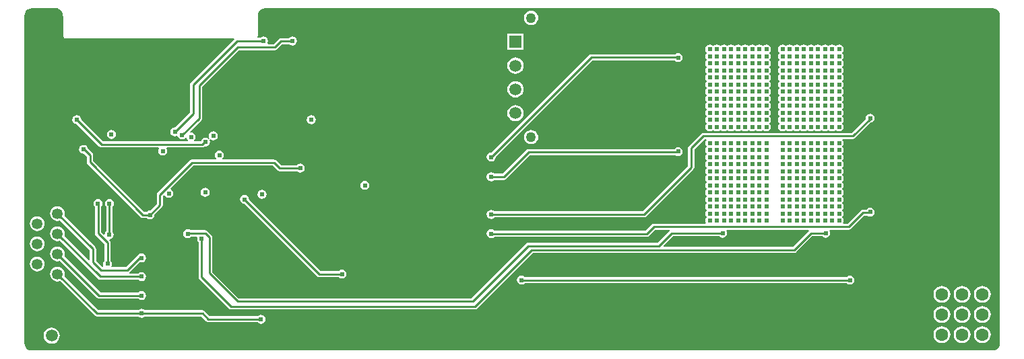
<source format=gbr>
%TF.GenerationSoftware,Altium Limited,Altium Designer,20.1.14 (287)*%
G04 Layer_Physical_Order=4*
G04 Layer_Color=16711680*
%FSLAX26Y26*%
%MOIN*%
%TF.SameCoordinates,99935E59-988C-4C8E-A83C-0B030DBE8EB2*%
%TF.FilePolarity,Positive*%
%TF.FileFunction,Copper,L4,Bot,Signal*%
%TF.Part,Single*%
G01*
G75*
%TA.AperFunction,Conductor*%
%ADD39C,0.010000*%
%TA.AperFunction,ViaPad*%
%ADD41C,0.024000*%
%TA.AperFunction,ComponentPad*%
%ADD42C,0.062992*%
%ADD43C,0.059843*%
%ADD44R,0.059843X0.059843*%
%ADD45C,0.053150*%
%ADD46R,0.053150X0.053150*%
%ADD47C,0.050000*%
%ADD48C,0.059055*%
%TA.AperFunction,ViaPad*%
%ADD49C,0.028000*%
G36*
X180614Y1712176D02*
X188881Y1708751D01*
X195981Y1703304D01*
X201428Y1696204D01*
X204853Y1687937D01*
X205412Y1683691D01*
X205946Y1678917D01*
X205933Y1678851D01*
X206103Y1677994D01*
X206531Y1674141D01*
X206517Y1580001D01*
X206517Y1580000D01*
X206517Y1579999D01*
X206517Y1578295D01*
X207680Y1572442D01*
X210995Y1567480D01*
X215956Y1564164D01*
X221809Y1562999D01*
X227662Y1564162D01*
X228476Y1564706D01*
X1051681Y1564706D01*
X1053752Y1559706D01*
X839186Y1345140D01*
X835870Y1340178D01*
X834706Y1334325D01*
Y1195924D01*
X761080Y1122298D01*
X760410Y1122431D01*
X751827Y1120724D01*
X744549Y1115861D01*
X739687Y1108584D01*
X737980Y1100000D01*
X739687Y1091416D01*
X744549Y1084139D01*
X751827Y1079276D01*
X760410Y1077569D01*
X768995Y1079276D01*
X770234Y1080104D01*
X774853Y1078191D01*
X775255Y1076171D01*
X780117Y1068894D01*
X787394Y1064032D01*
X795978Y1062324D01*
X804562Y1064032D01*
X811839Y1068894D01*
X813262Y1071024D01*
X818570Y1069968D01*
X819277Y1066416D01*
X824139Y1059139D01*
X825284Y1058374D01*
X823767Y1053374D01*
X403255D01*
X297298Y1159331D01*
X297431Y1160000D01*
X295724Y1168584D01*
X290861Y1175861D01*
X283584Y1180724D01*
X275000Y1182431D01*
X266416Y1180724D01*
X259139Y1175861D01*
X254276Y1168584D01*
X252569Y1160000D01*
X254276Y1151416D01*
X259139Y1144139D01*
X266416Y1139276D01*
X275000Y1137569D01*
X275669Y1137702D01*
X386106Y1027266D01*
X391067Y1023950D01*
X396920Y1022786D01*
X679412D01*
X682084Y1017786D01*
X679277Y1013584D01*
X677569Y1005000D01*
X679277Y996416D01*
X684139Y989139D01*
X691416Y984277D01*
X700000Y982569D01*
X708584Y984277D01*
X715861Y989139D01*
X720723Y996416D01*
X722431Y1005000D01*
X720723Y1013584D01*
X717916Y1017786D01*
X720588Y1022786D01*
X896298D01*
X902151Y1023950D01*
X907113Y1027266D01*
X907714Y1027867D01*
X911543Y1027106D01*
X920127Y1028813D01*
X927404Y1033676D01*
X932267Y1040953D01*
X933974Y1049537D01*
X932267Y1058121D01*
X930346Y1060995D01*
X934139Y1064017D01*
X941416Y1059154D01*
X950000Y1057447D01*
X958584Y1059154D01*
X965861Y1064017D01*
X970723Y1071294D01*
X972431Y1079878D01*
X970723Y1088462D01*
X965861Y1095739D01*
X958584Y1100601D01*
X950000Y1102309D01*
X941416Y1100601D01*
X934139Y1095739D01*
X929277Y1088462D01*
X927569Y1079878D01*
X929277Y1071294D01*
X931197Y1068419D01*
X927404Y1065398D01*
X920127Y1070260D01*
X911543Y1071968D01*
X902959Y1070260D01*
X895682Y1065398D01*
X890820Y1058121D01*
X889876Y1053374D01*
X856233D01*
X854716Y1058374D01*
X855861Y1059139D01*
X860723Y1066416D01*
X862431Y1075000D01*
X860723Y1083584D01*
X855861Y1090861D01*
X848584Y1095724D01*
X840000Y1097431D01*
X836697Y1096774D01*
X834234Y1101382D01*
X890814Y1157963D01*
X894130Y1162925D01*
X895294Y1168777D01*
Y1323665D01*
X1076335Y1504706D01*
X1255000D01*
X1260853Y1505870D01*
X1265814Y1509186D01*
X1291335Y1534706D01*
X1326101D01*
X1333063Y1530054D01*
X1341647Y1528347D01*
X1350231Y1530054D01*
X1357508Y1534917D01*
X1362370Y1542194D01*
X1364078Y1550778D01*
X1362370Y1559362D01*
X1357508Y1566639D01*
X1350231Y1571502D01*
X1341647Y1573209D01*
X1333063Y1571502D01*
X1325786Y1566639D01*
X1324887Y1565294D01*
X1285000D01*
X1279147Y1564130D01*
X1274186Y1560814D01*
X1248665Y1535294D01*
X1220268D01*
X1217911Y1539704D01*
X1219575Y1542194D01*
X1221283Y1550778D01*
X1219575Y1559362D01*
X1214713Y1566639D01*
X1207436Y1571502D01*
X1198852Y1573209D01*
X1190268Y1571502D01*
X1182991Y1566639D01*
X1182611Y1566072D01*
X1171023D01*
X1168350Y1571072D01*
X1169265Y1572440D01*
X1170429Y1578293D01*
Y1673123D01*
X1170804Y1677166D01*
X1170944Y1677866D01*
X1170931Y1677932D01*
X1171465Y1682706D01*
X1172024Y1686952D01*
X1175448Y1695219D01*
X1180896Y1702319D01*
X1187995Y1707766D01*
X1196263Y1711190D01*
X1204931Y1712332D01*
X1205237Y1712271D01*
X4808203D01*
X4816408Y1711190D01*
X4824676Y1707766D01*
X4831775Y1702319D01*
X4837223Y1695219D01*
X4840647Y1686952D01*
X4841206Y1682706D01*
X4841741Y1677932D01*
X4841727Y1677866D01*
X4841810Y1677453D01*
X4841941Y1672999D01*
X4841941Y55680D01*
X4841810Y51226D01*
X4841727Y50813D01*
X4841741Y50747D01*
X4841206Y45973D01*
X4840647Y41727D01*
X4837223Y33460D01*
X4831775Y26360D01*
X4824676Y20913D01*
X4816408Y17488D01*
X4812163Y16930D01*
X4807389Y16395D01*
X4807323Y16408D01*
X4806943Y16333D01*
X4802430Y16257D01*
X55241Y16257D01*
X50729Y16333D01*
X50348Y16408D01*
X50282Y16395D01*
X45509Y16930D01*
X41263Y17488D01*
X32995Y20913D01*
X25896Y26360D01*
X20448Y33460D01*
X17024Y41727D01*
X16465Y45973D01*
X15931Y50747D01*
X15944Y50813D01*
X15798Y51545D01*
X15409Y55548D01*
X15409Y1673130D01*
X15798Y1677134D01*
X15944Y1677866D01*
X15931Y1677932D01*
X16465Y1682706D01*
X17024Y1686952D01*
X20448Y1695219D01*
X25896Y1702319D01*
X32995Y1707766D01*
X41263Y1711190D01*
X45509Y1711749D01*
X50282Y1712284D01*
X50348Y1712271D01*
X50768Y1712354D01*
X55212Y1712494D01*
X171227D01*
X174002Y1713046D01*
X180614Y1712176D01*
D02*
G37*
%LPC*%
G36*
X2522300Y1700253D02*
X2513164Y1699050D01*
X2504649Y1695524D01*
X2497338Y1689914D01*
X2491728Y1682602D01*
X2488201Y1674088D01*
X2486998Y1664951D01*
X2488201Y1655814D01*
X2491728Y1647300D01*
X2497338Y1639989D01*
X2504649Y1634379D01*
X2513164Y1630852D01*
X2522300Y1629649D01*
X2531437Y1630852D01*
X2539951Y1634379D01*
X2547263Y1639989D01*
X2552873Y1647300D01*
X2556399Y1655814D01*
X2557602Y1664951D01*
X2556399Y1674088D01*
X2552873Y1682602D01*
X2547263Y1689914D01*
X2539951Y1695524D01*
X2531437Y1699050D01*
X2522300Y1700253D01*
D02*
G37*
G36*
X4046416Y1532431D02*
X4037832Y1530724D01*
X4030555Y1525861D01*
X4027277D01*
X4020000Y1530724D01*
X4011416Y1532431D01*
X4002832Y1530724D01*
X3995555Y1525861D01*
X3992277D01*
X3985000Y1530724D01*
X3976416Y1532431D01*
X3967832Y1530724D01*
X3960555Y1525861D01*
X3957277D01*
X3950000Y1530724D01*
X3941416Y1532431D01*
X3932832Y1530724D01*
X3925555Y1525861D01*
X3922277D01*
X3915000Y1530724D01*
X3906416Y1532431D01*
X3897832Y1530724D01*
X3890555Y1525861D01*
X3887277D01*
X3880000Y1530724D01*
X3871416Y1532431D01*
X3862832Y1530724D01*
X3855555Y1525861D01*
X3852277D01*
X3845000Y1530724D01*
X3836416Y1532431D01*
X3827832Y1530724D01*
X3820555Y1525861D01*
X3817277D01*
X3810000Y1530724D01*
X3801416Y1532431D01*
X3792832Y1530724D01*
X3785555Y1525861D01*
X3782277D01*
X3775000Y1530724D01*
X3766416Y1532431D01*
X3757832Y1530724D01*
X3750555Y1525861D01*
X3745693Y1518584D01*
X3743985Y1510000D01*
X3745693Y1501416D01*
X3750555Y1494139D01*
Y1490861D01*
X3745693Y1483584D01*
X3743985Y1475000D01*
X3745693Y1466416D01*
X3750555Y1459139D01*
Y1455861D01*
X3745693Y1448584D01*
X3743985Y1440000D01*
X3745693Y1431416D01*
X3750555Y1424139D01*
Y1420861D01*
X3745693Y1413584D01*
X3743985Y1405000D01*
X3745693Y1396416D01*
X3750555Y1389139D01*
Y1385861D01*
X3745693Y1378584D01*
X3743985Y1370000D01*
X3745693Y1361416D01*
X3750555Y1354139D01*
Y1350861D01*
X3745693Y1343584D01*
X3743985Y1335000D01*
X3745693Y1326416D01*
X3750555Y1319139D01*
Y1315861D01*
X3745693Y1308584D01*
X3743985Y1300000D01*
X3745693Y1291416D01*
X3750555Y1284139D01*
Y1280861D01*
X3745693Y1273584D01*
X3743985Y1265000D01*
X3745693Y1256416D01*
X3750555Y1249139D01*
Y1245861D01*
X3745693Y1238584D01*
X3743985Y1230000D01*
X3745693Y1221416D01*
X3750555Y1214139D01*
Y1210861D01*
X3745693Y1203584D01*
X3743985Y1195000D01*
X3745693Y1186416D01*
X3750555Y1179139D01*
Y1175861D01*
X3745693Y1168584D01*
X3743985Y1160000D01*
X3745693Y1151416D01*
X3750555Y1144139D01*
Y1140861D01*
X3745693Y1133584D01*
X3743985Y1125000D01*
X3745693Y1116416D01*
X3750555Y1109139D01*
X3757832Y1104276D01*
X3766416Y1102569D01*
X3775000Y1104276D01*
X3782277Y1109139D01*
X3785555D01*
X3792832Y1104276D01*
X3801416Y1102569D01*
X3810000Y1104276D01*
X3817277Y1109139D01*
X3820555D01*
X3827832Y1104276D01*
X3836416Y1102569D01*
X3845000Y1104276D01*
X3852277Y1109139D01*
X3855555D01*
X3862832Y1104276D01*
X3871416Y1102569D01*
X3880000Y1104276D01*
X3887277Y1109139D01*
X3890555D01*
X3897832Y1104276D01*
X3906416Y1102569D01*
X3915000Y1104276D01*
X3922277Y1109139D01*
X3925555D01*
X3932832Y1104276D01*
X3941416Y1102569D01*
X3950000Y1104276D01*
X3957277Y1109139D01*
X3960555D01*
X3967832Y1104276D01*
X3976416Y1102569D01*
X3985000Y1104276D01*
X3992277Y1109139D01*
X3995555D01*
X4002832Y1104276D01*
X4011416Y1102569D01*
X4020000Y1104276D01*
X4027277Y1109139D01*
X4030555D01*
X4037832Y1104276D01*
X4046416Y1102569D01*
X4055000Y1104276D01*
X4062277Y1109139D01*
X4067140Y1116416D01*
X4068847Y1125000D01*
X4067140Y1133584D01*
X4062277Y1140861D01*
Y1144139D01*
X4067140Y1151416D01*
X4068847Y1160000D01*
X4067140Y1168584D01*
X4062277Y1175861D01*
Y1179139D01*
X4067140Y1186416D01*
X4068847Y1195000D01*
X4067140Y1203584D01*
X4062277Y1210861D01*
Y1214139D01*
X4067140Y1221416D01*
X4068847Y1230000D01*
X4067140Y1238584D01*
X4062277Y1245861D01*
Y1249139D01*
X4067140Y1256416D01*
X4068847Y1265000D01*
X4067140Y1273584D01*
X4062277Y1280861D01*
Y1284139D01*
X4067140Y1291416D01*
X4068847Y1300000D01*
X4067140Y1308584D01*
X4062277Y1315861D01*
Y1319139D01*
X4067140Y1326416D01*
X4068847Y1335000D01*
X4067140Y1343584D01*
X4062277Y1350861D01*
Y1354139D01*
X4067140Y1361416D01*
X4068847Y1370000D01*
X4067140Y1378584D01*
X4062277Y1385861D01*
Y1389139D01*
X4067140Y1396416D01*
X4068847Y1405000D01*
X4067140Y1413584D01*
X4062277Y1420861D01*
Y1424139D01*
X4067140Y1431416D01*
X4068847Y1440000D01*
X4067140Y1448584D01*
X4062277Y1455861D01*
Y1459139D01*
X4067140Y1466416D01*
X4068847Y1475000D01*
X4067140Y1483584D01*
X4062277Y1490861D01*
Y1494139D01*
X4067140Y1501416D01*
X4068847Y1510000D01*
X4067140Y1518584D01*
X4062277Y1525861D01*
X4055000Y1530724D01*
X4046416Y1532431D01*
D02*
G37*
G36*
X3686416D02*
X3677832Y1530724D01*
X3670555Y1525861D01*
X3667277D01*
X3660000Y1530724D01*
X3651416Y1532431D01*
X3642832Y1530724D01*
X3635555Y1525861D01*
X3632277D01*
X3625000Y1530724D01*
X3616416Y1532431D01*
X3607832Y1530724D01*
X3600555Y1525861D01*
X3597277D01*
X3590000Y1530724D01*
X3581416Y1532431D01*
X3572832Y1530724D01*
X3565555Y1525861D01*
X3562277D01*
X3555000Y1530724D01*
X3546416Y1532431D01*
X3537832Y1530724D01*
X3530555Y1525861D01*
X3527277D01*
X3520000Y1530724D01*
X3511416Y1532431D01*
X3502832Y1530724D01*
X3495555Y1525861D01*
X3492277D01*
X3485000Y1530724D01*
X3476416Y1532431D01*
X3467832Y1530724D01*
X3460555Y1525861D01*
X3457277D01*
X3450000Y1530724D01*
X3441416Y1532431D01*
X3432832Y1530724D01*
X3425555Y1525861D01*
X3422277D01*
X3415000Y1530724D01*
X3406416Y1532431D01*
X3397832Y1530724D01*
X3390555Y1525861D01*
X3385693Y1518584D01*
X3383985Y1510000D01*
X3385693Y1501416D01*
X3390555Y1494139D01*
Y1490861D01*
X3385693Y1483584D01*
X3383985Y1475000D01*
X3385693Y1466416D01*
X3390555Y1459139D01*
Y1455861D01*
X3385693Y1448584D01*
X3383985Y1440000D01*
X3385693Y1431416D01*
X3390555Y1424139D01*
Y1420861D01*
X3385693Y1413584D01*
X3383985Y1405000D01*
X3385693Y1396416D01*
X3390555Y1389139D01*
Y1385861D01*
X3385693Y1378584D01*
X3383985Y1370000D01*
X3385693Y1361416D01*
X3390555Y1354139D01*
Y1350861D01*
X3385693Y1343584D01*
X3383985Y1335000D01*
X3385693Y1326416D01*
X3390555Y1319139D01*
Y1315861D01*
X3385693Y1308584D01*
X3383985Y1300000D01*
X3385693Y1291416D01*
X3390555Y1284139D01*
Y1280861D01*
X3385693Y1273584D01*
X3383985Y1265000D01*
X3385693Y1256416D01*
X3390555Y1249139D01*
Y1245861D01*
X3385693Y1238584D01*
X3383985Y1230000D01*
X3385693Y1221416D01*
X3390555Y1214139D01*
Y1210861D01*
X3385693Y1203584D01*
X3383985Y1195000D01*
X3385693Y1186416D01*
X3390555Y1179139D01*
Y1175861D01*
X3385693Y1168584D01*
X3383985Y1160000D01*
X3385693Y1151416D01*
X3390555Y1144139D01*
Y1140861D01*
X3385693Y1133584D01*
X3383985Y1125000D01*
X3385693Y1116416D01*
X3390555Y1109139D01*
X3397832Y1104276D01*
X3406416Y1102569D01*
X3415000Y1104276D01*
X3422277Y1109139D01*
X3425555D01*
X3432832Y1104276D01*
X3441416Y1102569D01*
X3450000Y1104276D01*
X3457277Y1109139D01*
X3460555D01*
X3467832Y1104276D01*
X3476416Y1102569D01*
X3485000Y1104276D01*
X3492277Y1109139D01*
X3495555D01*
X3502832Y1104276D01*
X3511416Y1102569D01*
X3520000Y1104276D01*
X3527277Y1109139D01*
X3530555D01*
X3537832Y1104276D01*
X3546416Y1102569D01*
X3555000Y1104276D01*
X3562277Y1109139D01*
X3565555D01*
X3572832Y1104276D01*
X3581416Y1102569D01*
X3590000Y1104276D01*
X3597277Y1109139D01*
X3600555D01*
X3607832Y1104276D01*
X3616416Y1102569D01*
X3625000Y1104276D01*
X3632277Y1109139D01*
X3635555D01*
X3642832Y1104276D01*
X3651416Y1102569D01*
X3660000Y1104276D01*
X3667277Y1109139D01*
X3670555D01*
X3677832Y1104276D01*
X3686416Y1102569D01*
X3695000Y1104276D01*
X3702277Y1109139D01*
X3707140Y1116416D01*
X3708847Y1125000D01*
X3707140Y1133584D01*
X3702277Y1140861D01*
Y1144139D01*
X3707140Y1151416D01*
X3708847Y1160000D01*
X3707140Y1168584D01*
X3702277Y1175861D01*
Y1179139D01*
X3707140Y1186416D01*
X3708847Y1195000D01*
X3707140Y1203584D01*
X3702277Y1210861D01*
Y1214139D01*
X3707140Y1221416D01*
X3708847Y1230000D01*
X3707140Y1238584D01*
X3702277Y1245861D01*
Y1249139D01*
X3707140Y1256416D01*
X3708847Y1265000D01*
X3707140Y1273584D01*
X3702277Y1280861D01*
Y1284139D01*
X3707140Y1291416D01*
X3708847Y1300000D01*
X3707140Y1308584D01*
X3702277Y1315861D01*
Y1319139D01*
X3707140Y1326416D01*
X3708847Y1335000D01*
X3707140Y1343584D01*
X3702277Y1350861D01*
Y1354139D01*
X3707140Y1361416D01*
X3708847Y1370000D01*
X3707140Y1378584D01*
X3702277Y1385861D01*
Y1389139D01*
X3707140Y1396416D01*
X3708847Y1405000D01*
X3707140Y1413584D01*
X3702277Y1420861D01*
Y1424139D01*
X3707140Y1431416D01*
X3708847Y1440000D01*
X3707140Y1448584D01*
X3702277Y1455861D01*
Y1459139D01*
X3707140Y1466416D01*
X3708847Y1475000D01*
X3707140Y1483584D01*
X3702277Y1490861D01*
Y1494139D01*
X3707140Y1501416D01*
X3708847Y1510000D01*
X3707140Y1518584D01*
X3702277Y1525861D01*
X3695000Y1530724D01*
X3686416Y1532431D01*
D02*
G37*
G36*
X2485056Y1586762D02*
X2405214D01*
Y1506920D01*
X2485056D01*
Y1586762D01*
D02*
G37*
G36*
X3250000Y1491210D02*
X3241416Y1489503D01*
X3235117Y1485294D01*
X2820000D01*
X2814147Y1484130D01*
X2809186Y1480814D01*
X2325669Y997298D01*
X2325000Y997431D01*
X2316416Y995723D01*
X2309139Y990861D01*
X2304276Y983584D01*
X2302569Y975000D01*
X2304276Y966416D01*
X2309139Y959139D01*
X2316416Y954277D01*
X2325000Y952569D01*
X2333584Y954277D01*
X2340861Y959139D01*
X2345724Y966416D01*
X2347431Y975000D01*
X2347298Y975669D01*
X2826335Y1454706D01*
X3232944D01*
X3234139Y1452918D01*
X3241416Y1448056D01*
X3250000Y1446349D01*
X3258584Y1448056D01*
X3265861Y1452918D01*
X3270724Y1460196D01*
X3272431Y1468780D01*
X3270724Y1477363D01*
X3265861Y1484641D01*
X3258584Y1489503D01*
X3250000Y1491210D01*
D02*
G37*
G36*
X2445135Y1468996D02*
X2434713Y1467624D01*
X2425002Y1463602D01*
X2416663Y1457203D01*
X2410264Y1448864D01*
X2406241Y1439152D01*
X2404869Y1428731D01*
X2406241Y1418309D01*
X2410264Y1408598D01*
X2416663Y1400259D01*
X2425002Y1393860D01*
X2434713Y1389837D01*
X2445135Y1388465D01*
X2455557Y1389837D01*
X2465268Y1393860D01*
X2473607Y1400259D01*
X2480006Y1408598D01*
X2484029Y1418309D01*
X2485401Y1428731D01*
X2484029Y1439152D01*
X2480006Y1448864D01*
X2473607Y1457203D01*
X2465268Y1463602D01*
X2455557Y1467624D01*
X2445135Y1468996D01*
D02*
G37*
G36*
Y1350886D02*
X2434713Y1349514D01*
X2425002Y1345492D01*
X2416663Y1339093D01*
X2410264Y1330754D01*
X2406241Y1321042D01*
X2404869Y1310621D01*
X2406241Y1300199D01*
X2410264Y1290488D01*
X2416663Y1282149D01*
X2425002Y1275749D01*
X2434713Y1271727D01*
X2445135Y1270355D01*
X2455557Y1271727D01*
X2465268Y1275749D01*
X2473607Y1282149D01*
X2480006Y1290488D01*
X2484029Y1300199D01*
X2485401Y1310621D01*
X2484029Y1321042D01*
X2480006Y1330754D01*
X2473607Y1339093D01*
X2465268Y1345492D01*
X2455557Y1349514D01*
X2445135Y1350886D01*
D02*
G37*
G36*
Y1232776D02*
X2434713Y1231404D01*
X2425002Y1227381D01*
X2416663Y1220983D01*
X2410264Y1212643D01*
X2406241Y1202932D01*
X2404869Y1192510D01*
X2406241Y1182089D01*
X2410264Y1172378D01*
X2416663Y1164038D01*
X2425002Y1157639D01*
X2434713Y1153617D01*
X2445135Y1152245D01*
X2455557Y1153617D01*
X2465268Y1157639D01*
X2473607Y1164038D01*
X2480006Y1172378D01*
X2484029Y1182089D01*
X2485401Y1192510D01*
X2484029Y1202932D01*
X2480006Y1212643D01*
X2473607Y1220983D01*
X2465268Y1227381D01*
X2455557Y1231404D01*
X2445135Y1232776D01*
D02*
G37*
G36*
X1435000Y1182431D02*
X1426416Y1180724D01*
X1419139Y1175861D01*
X1414276Y1168584D01*
X1412569Y1160000D01*
X1414276Y1151416D01*
X1419139Y1144139D01*
X1426416Y1139276D01*
X1435000Y1137569D01*
X1443584Y1139276D01*
X1450861Y1144139D01*
X1455724Y1151416D01*
X1457431Y1160000D01*
X1455724Y1168584D01*
X1450861Y1175861D01*
X1443584Y1180724D01*
X1435000Y1182431D01*
D02*
G37*
G36*
X445765Y1110062D02*
X437181Y1108355D01*
X429904Y1103492D01*
X425042Y1096215D01*
X423334Y1087631D01*
X425042Y1079047D01*
X429904Y1071770D01*
X437181Y1066908D01*
X445765Y1065200D01*
X454349Y1066908D01*
X461627Y1071770D01*
X466489Y1079047D01*
X468196Y1087631D01*
X466489Y1096215D01*
X461627Y1103492D01*
X454349Y1108355D01*
X445765Y1110062D01*
D02*
G37*
G36*
X2522300Y1109701D02*
X2513164Y1108498D01*
X2504649Y1104971D01*
X2497338Y1099361D01*
X2491728Y1092050D01*
X2488201Y1083535D01*
X2486998Y1074399D01*
X2488201Y1065262D01*
X2491728Y1056748D01*
X2497338Y1049436D01*
X2504649Y1043826D01*
X2513164Y1040300D01*
X2522300Y1039097D01*
X2531437Y1040300D01*
X2539951Y1043826D01*
X2547263Y1049436D01*
X2552873Y1056748D01*
X2556399Y1065262D01*
X2557602Y1074399D01*
X2556399Y1083535D01*
X2552873Y1092050D01*
X2547263Y1099361D01*
X2539951Y1104971D01*
X2531437Y1108498D01*
X2522300Y1109701D01*
D02*
G37*
G36*
X3250000Y1024951D02*
X3241416Y1023243D01*
X3234139Y1018381D01*
X3232076Y1015294D01*
X2510000D01*
X2504147Y1014130D01*
X2499186Y1010814D01*
X2381037Y892665D01*
X2341240D01*
X2340861Y893233D01*
X2333584Y898095D01*
X2325000Y899803D01*
X2316416Y898095D01*
X2309139Y893233D01*
X2304276Y885956D01*
X2302569Y877371D01*
X2304276Y868788D01*
X2309139Y861510D01*
X2316416Y856648D01*
X2325000Y854941D01*
X2333584Y856648D01*
X2340861Y861510D01*
X2341240Y862078D01*
X2387372D01*
X2393224Y863242D01*
X2398186Y866557D01*
X2516335Y984706D01*
X3237061D01*
X3241416Y981796D01*
X3250000Y980089D01*
X3258584Y981796D01*
X3265861Y986659D01*
X3270724Y993936D01*
X3272431Y1002520D01*
X3270724Y1011104D01*
X3265861Y1018381D01*
X3258584Y1023243D01*
X3250000Y1024951D01*
D02*
G37*
G36*
X308788Y1035431D02*
X300204Y1033724D01*
X292927Y1028861D01*
X288065Y1021584D01*
X286357Y1013000D01*
X288065Y1004416D01*
X292927Y997139D01*
X300204Y992277D01*
X308788Y990569D01*
X312136Y991235D01*
X324706Y978665D01*
Y950118D01*
X325870Y944265D01*
X329186Y939304D01*
X590711Y677778D01*
X595673Y674463D01*
X601525Y673299D01*
X620588D01*
X620967Y672731D01*
X628244Y667869D01*
X636828Y666162D01*
X645412Y667869D01*
X652689Y672731D01*
X657551Y680009D01*
X659259Y688593D01*
X659126Y689262D01*
X696239Y726375D01*
X699554Y731336D01*
X700718Y737189D01*
Y782273D01*
X704615Y786170D01*
X710340Y784824D01*
X714139Y779139D01*
X721416Y774277D01*
X730000Y772569D01*
X738584Y774277D01*
X745861Y779139D01*
X750723Y786416D01*
X752431Y795000D01*
X750723Y803584D01*
X745861Y810861D01*
X740176Y814660D01*
X738830Y820385D01*
X851151Y932706D01*
X1243849D01*
X1267369Y909186D01*
X1272331Y905870D01*
X1278184Y904706D01*
X1363760D01*
X1364139Y904139D01*
X1371416Y899277D01*
X1380000Y897569D01*
X1388584Y899277D01*
X1395861Y904139D01*
X1400724Y911416D01*
X1402431Y920000D01*
X1400724Y928584D01*
X1395861Y935861D01*
X1388584Y940723D01*
X1380000Y942431D01*
X1371416Y940723D01*
X1364139Y935861D01*
X1363760Y935294D01*
X1284519D01*
X1260998Y958814D01*
X1256036Y962130D01*
X1250184Y963294D01*
X996113D01*
X994596Y968294D01*
X995861Y969139D01*
X1000723Y976416D01*
X1002431Y985000D01*
X1000723Y993584D01*
X995861Y1000861D01*
X988584Y1005723D01*
X980000Y1007431D01*
X971416Y1005723D01*
X964139Y1000861D01*
X959277Y993584D01*
X957569Y985000D01*
X959277Y976416D01*
X964139Y969139D01*
X965404Y968294D01*
X963887Y963294D01*
X844816D01*
X838964Y962130D01*
X834002Y958814D01*
X674610Y799422D01*
X671294Y794461D01*
X670130Y788608D01*
Y743524D01*
X637497Y710890D01*
X636828Y711024D01*
X628244Y709316D01*
X620967Y704454D01*
X620588Y703886D01*
X607860D01*
X355294Y956453D01*
Y985000D01*
X354130Y990853D01*
X350814Y995814D01*
X330621Y1016008D01*
X329512Y1021584D01*
X324649Y1028861D01*
X317372Y1033724D01*
X308788Y1035431D01*
D02*
G37*
G36*
X1700000Y857431D02*
X1691416Y855723D01*
X1684139Y850861D01*
X1679276Y843584D01*
X1677569Y835000D01*
X1679276Y826416D01*
X1684139Y819139D01*
X1691416Y814277D01*
X1700000Y812569D01*
X1708584Y814277D01*
X1715861Y819139D01*
X1720724Y826416D01*
X1722431Y835000D01*
X1720724Y843584D01*
X1715861Y850861D01*
X1708584Y855723D01*
X1700000Y857431D01*
D02*
G37*
G36*
X910000Y822431D02*
X901416Y820723D01*
X894139Y815861D01*
X889277Y808584D01*
X887569Y800000D01*
X889277Y791416D01*
X894139Y784139D01*
X901416Y779277D01*
X910000Y777569D01*
X918584Y779277D01*
X925861Y784139D01*
X930723Y791416D01*
X932431Y800000D01*
X930723Y808584D01*
X925861Y815861D01*
X918584Y820723D01*
X910000Y822431D01*
D02*
G37*
G36*
X1190770Y812431D02*
X1182186Y810723D01*
X1174909Y805861D01*
X1170047Y798584D01*
X1168339Y790000D01*
X1170047Y781416D01*
X1174909Y774139D01*
X1182186Y769277D01*
X1190770Y767569D01*
X1199354Y769277D01*
X1206631Y774139D01*
X1211494Y781416D01*
X1213201Y790000D01*
X1211494Y798584D01*
X1206631Y805861D01*
X1199354Y810723D01*
X1190770Y812431D01*
D02*
G37*
G36*
X4200000Y1189931D02*
X4191416Y1188223D01*
X4184139Y1183361D01*
X4179276Y1176084D01*
X4177569Y1167500D01*
X4178117Y1164746D01*
X4108665Y1095294D01*
X3375000D01*
X3369147Y1094130D01*
X3364186Y1090814D01*
X3304186Y1030814D01*
X3300870Y1025853D01*
X3299706Y1020000D01*
Y931335D01*
X3074461Y706090D01*
X2341240D01*
X2340861Y706658D01*
X2333584Y711520D01*
X2325000Y713227D01*
X2316416Y711520D01*
X2309139Y706658D01*
X2304276Y699380D01*
X2302569Y690796D01*
X2304276Y682212D01*
X2309139Y674935D01*
X2316416Y670073D01*
X2325000Y668365D01*
X2333584Y670073D01*
X2340861Y674935D01*
X2341240Y675503D01*
X3080796D01*
X3086649Y676667D01*
X3091611Y679982D01*
X3325814Y914186D01*
X3329130Y919147D01*
X3330294Y925000D01*
Y1013665D01*
X3381335Y1064706D01*
X3387995D01*
X3389783Y1059706D01*
X3385693Y1053584D01*
X3383985Y1045000D01*
X3385693Y1036416D01*
X3390555Y1029139D01*
Y1025861D01*
X3385693Y1018584D01*
X3383985Y1010000D01*
X3385693Y1001416D01*
X3390555Y994139D01*
Y990861D01*
X3385693Y983584D01*
X3383985Y975000D01*
X3385693Y966416D01*
X3390555Y959139D01*
Y955861D01*
X3385693Y948584D01*
X3383985Y940000D01*
X3385693Y931416D01*
X3390555Y924139D01*
Y920861D01*
X3385693Y913584D01*
X3383985Y905000D01*
X3385693Y896416D01*
X3390555Y889139D01*
Y885861D01*
X3385693Y878584D01*
X3383985Y870000D01*
X3385693Y861416D01*
X3390555Y854139D01*
Y850861D01*
X3385693Y843584D01*
X3383985Y835000D01*
X3385693Y826416D01*
X3390555Y819139D01*
Y815861D01*
X3385693Y808584D01*
X3383985Y800000D01*
X3385693Y791416D01*
X3390555Y784139D01*
Y780861D01*
X3385693Y773584D01*
X3383985Y765000D01*
X3385693Y756416D01*
X3390555Y749139D01*
Y745861D01*
X3385693Y738584D01*
X3383985Y730000D01*
X3385693Y721416D01*
X3390555Y714139D01*
Y710861D01*
X3385693Y703584D01*
X3383985Y695000D01*
X3385693Y686416D01*
X3390555Y679139D01*
Y675861D01*
X3385693Y668584D01*
X3383985Y660000D01*
X3385693Y651416D01*
X3386837Y649704D01*
X3384480Y645294D01*
X3130000D01*
X3124147Y644130D01*
X3119186Y640814D01*
X3088665Y610294D01*
X2341240D01*
X2340861Y610861D01*
X2333584Y615723D01*
X2325000Y617431D01*
X2316416Y615723D01*
X2309139Y610861D01*
X2304276Y603584D01*
X2302569Y595000D01*
X2304276Y586416D01*
X2309139Y579139D01*
X2316416Y574277D01*
X2325000Y572569D01*
X2333584Y574277D01*
X2340861Y579139D01*
X2341240Y579706D01*
X3095000D01*
X3100853Y580870D01*
X3105814Y584186D01*
X3136335Y614706D01*
X3207261D01*
X3208778Y609706D01*
X3206666Y608295D01*
X3148665Y550294D01*
X2509046D01*
X2503193Y549130D01*
X2498231Y545814D01*
X2227711Y275294D01*
X1076335D01*
X946205Y405424D01*
Y576089D01*
X945040Y581942D01*
X941725Y586904D01*
X920814Y607814D01*
X915853Y611130D01*
X910000Y612294D01*
X837019D01*
X831710Y615842D01*
X823126Y617549D01*
X814542Y615842D01*
X807265Y610979D01*
X802403Y603702D01*
X800695Y595118D01*
X802403Y586534D01*
X807265Y579257D01*
X814542Y574395D01*
X823126Y572687D01*
X831710Y574395D01*
X838987Y579257D01*
X840624Y581706D01*
X868523D01*
X871619Y576706D01*
X870285Y570000D01*
X871993Y561416D01*
X876855Y554139D01*
X877423Y553760D01*
Y380712D01*
X878587Y374860D01*
X881902Y369898D01*
X1027614Y224185D01*
X1032576Y220870D01*
X1038429Y219706D01*
X2245000D01*
X2250853Y220870D01*
X2255814Y224186D01*
X2531335Y499706D01*
X3823936D01*
X3829788Y500870D01*
X3834750Y504186D01*
X3912751Y582186D01*
X3963760D01*
X3964139Y581619D01*
X3971416Y576757D01*
X3980000Y575049D01*
X3988584Y576757D01*
X3995861Y581619D01*
X4000724Y588896D01*
X4002431Y597480D01*
X4000724Y606064D01*
X3998290Y609706D01*
X4000963Y614706D01*
X4095000D01*
X4100853Y615870D01*
X4105814Y619186D01*
X4171335Y684706D01*
X4187031D01*
X4191416Y681776D01*
X4200000Y680069D01*
X4208584Y681776D01*
X4215861Y686639D01*
X4220724Y693916D01*
X4222431Y702500D01*
X4220724Y711084D01*
X4215861Y718361D01*
X4208584Y723223D01*
X4200000Y724931D01*
X4191416Y723223D01*
X4184139Y718361D01*
X4182090Y715294D01*
X4165000D01*
X4159147Y714130D01*
X4154185Y710814D01*
X4088665Y645294D01*
X4068352D01*
X4065995Y649704D01*
X4067140Y651416D01*
X4068847Y660000D01*
X4067140Y668584D01*
X4062277Y675861D01*
Y679139D01*
X4067140Y686416D01*
X4068847Y695000D01*
X4067140Y703584D01*
X4062277Y710861D01*
Y714139D01*
X4067140Y721416D01*
X4068847Y730000D01*
X4067140Y738584D01*
X4062277Y745861D01*
Y749139D01*
X4067140Y756416D01*
X4068847Y765000D01*
X4067140Y773584D01*
X4062277Y780861D01*
Y784139D01*
X4067140Y791416D01*
X4068847Y800000D01*
X4067140Y808584D01*
X4062277Y815861D01*
Y819139D01*
X4067140Y826416D01*
X4068847Y835000D01*
X4067140Y843584D01*
X4062277Y850861D01*
Y854139D01*
X4067140Y861416D01*
X4068847Y870000D01*
X4067140Y878584D01*
X4062277Y885861D01*
Y889139D01*
X4067140Y896416D01*
X4068847Y905000D01*
X4067140Y913584D01*
X4062277Y920861D01*
Y924139D01*
X4067140Y931416D01*
X4068847Y940000D01*
X4067140Y948584D01*
X4062277Y955861D01*
Y959139D01*
X4067140Y966416D01*
X4068847Y975000D01*
X4067140Y983584D01*
X4062277Y990861D01*
Y994139D01*
X4067140Y1001416D01*
X4068847Y1010000D01*
X4067140Y1018584D01*
X4062277Y1025861D01*
Y1029139D01*
X4067140Y1036416D01*
X4068847Y1045000D01*
X4067140Y1053584D01*
X4063049Y1059706D01*
X4064837Y1064706D01*
X4115000D01*
X4120853Y1065870D01*
X4125814Y1069186D01*
X4202119Y1145491D01*
X4208584Y1146776D01*
X4215861Y1151639D01*
X4220724Y1158916D01*
X4222431Y1167500D01*
X4220724Y1176084D01*
X4215861Y1183361D01*
X4208584Y1188223D01*
X4200000Y1189931D01*
D02*
G37*
G36*
X79134Y682009D02*
X69586Y680751D01*
X60689Y677066D01*
X53048Y671204D01*
X47186Y663563D01*
X43501Y654666D01*
X42243Y645118D01*
X43501Y635570D01*
X47186Y626673D01*
X53048Y619033D01*
X60689Y613170D01*
X69586Y609485D01*
X79134Y608228D01*
X88682Y609485D01*
X97579Y613170D01*
X105219Y619033D01*
X111082Y626673D01*
X114767Y635570D01*
X116024Y645118D01*
X114767Y654666D01*
X111082Y663563D01*
X105219Y671204D01*
X97579Y677066D01*
X88682Y680751D01*
X79134Y682009D01*
D02*
G37*
G36*
X436082Y767431D02*
X427498Y765723D01*
X420221Y760861D01*
X415358Y753584D01*
X413651Y745000D01*
X415358Y736416D01*
X420221Y729139D01*
X420247Y729121D01*
Y606602D01*
X419139Y605861D01*
X414276Y598584D01*
X413058Y592458D01*
X407714Y590732D01*
X395294Y603151D01*
Y729092D01*
X395364Y729139D01*
X400226Y736416D01*
X401934Y745000D01*
X400226Y753584D01*
X395364Y760861D01*
X388087Y765723D01*
X379503Y767431D01*
X370919Y765723D01*
X363642Y760861D01*
X358779Y753584D01*
X357072Y745000D01*
X358779Y736416D01*
X363642Y729139D01*
X364706Y728428D01*
Y596816D01*
X365870Y590964D01*
X369186Y586002D01*
X411234Y543953D01*
Y461729D01*
X410667Y461350D01*
X405804Y454072D01*
X404097Y445488D01*
X405804Y436904D01*
X406070Y436507D01*
X403633Y431581D01*
X400371Y431258D01*
X370294Y461335D01*
Y519252D01*
X369130Y525105D01*
X365814Y530066D01*
X213462Y682419D01*
X214767Y685570D01*
X216024Y695118D01*
X214767Y704666D01*
X211082Y713563D01*
X205219Y721204D01*
X197579Y727066D01*
X188682Y730751D01*
X179134Y732009D01*
X169586Y730751D01*
X160689Y727066D01*
X153048Y721204D01*
X147186Y713563D01*
X143500Y704666D01*
X142244Y695118D01*
X143500Y685570D01*
X147186Y676673D01*
X153048Y669033D01*
X160689Y663170D01*
X169586Y659485D01*
X179134Y658228D01*
X188682Y659485D01*
X191833Y660790D01*
X339706Y512917D01*
Y462708D01*
X335087Y460794D01*
X213462Y582419D01*
X214767Y585570D01*
X216024Y595118D01*
X214767Y604666D01*
X211082Y613563D01*
X205219Y621204D01*
X197579Y627066D01*
X188682Y630751D01*
X179134Y632009D01*
X169586Y630751D01*
X160689Y627066D01*
X153048Y621204D01*
X147186Y613563D01*
X143500Y604666D01*
X142244Y595118D01*
X143500Y585570D01*
X147186Y576673D01*
X153048Y569033D01*
X160689Y563170D01*
X169586Y559485D01*
X179134Y558228D01*
X188682Y559485D01*
X191833Y560790D01*
X381096Y371527D01*
X386058Y368212D01*
X391911Y367048D01*
X578760D01*
X579139Y366480D01*
X586416Y361618D01*
X595000Y359911D01*
X603584Y361618D01*
X610861Y366480D01*
X615723Y373757D01*
X617431Y382341D01*
X615723Y390925D01*
X610861Y398203D01*
X603584Y403065D01*
X595000Y404772D01*
X586416Y403065D01*
X579139Y398203D01*
X578760Y397635D01*
X535011D01*
X533494Y402635D01*
X535814Y404186D01*
X586168Y454539D01*
X586416Y454373D01*
X595000Y452665D01*
X603584Y454373D01*
X610861Y459235D01*
X615723Y466512D01*
X617431Y475096D01*
X615723Y483680D01*
X610861Y490957D01*
X603584Y495820D01*
X595000Y497527D01*
X586416Y495820D01*
X579139Y490957D01*
X576965Y487703D01*
X574282Y485911D01*
X518665Y430294D01*
X448138D01*
X445781Y434704D01*
X447251Y436904D01*
X448959Y445488D01*
X447251Y454072D01*
X442389Y461350D01*
X441822Y461729D01*
Y550288D01*
X440658Y556141D01*
X437342Y561103D01*
X435732Y562713D01*
X437458Y568058D01*
X443584Y569277D01*
X450861Y574139D01*
X455724Y581416D01*
X457431Y590000D01*
X455724Y598584D01*
X450861Y605861D01*
X450835Y605879D01*
Y728398D01*
X451943Y729139D01*
X456805Y736416D01*
X458513Y745000D01*
X456805Y753584D01*
X451943Y760861D01*
X444666Y765723D01*
X436082Y767431D01*
D02*
G37*
G36*
X79134Y582009D02*
X69586Y580751D01*
X60689Y577066D01*
X53048Y571204D01*
X47186Y563563D01*
X43501Y554666D01*
X42243Y545118D01*
X43501Y535570D01*
X47186Y526673D01*
X53048Y519033D01*
X60689Y513170D01*
X69586Y509485D01*
X79134Y508228D01*
X88682Y509485D01*
X97579Y513170D01*
X105219Y519033D01*
X111082Y526673D01*
X114767Y535570D01*
X116024Y545118D01*
X114767Y554666D01*
X111082Y563563D01*
X105219Y571204D01*
X97579Y577066D01*
X88682Y580751D01*
X79134Y582009D01*
D02*
G37*
G36*
Y482009D02*
X69586Y480752D01*
X60689Y477066D01*
X53048Y471204D01*
X47186Y463563D01*
X43501Y454666D01*
X42243Y445118D01*
X43501Y435570D01*
X47186Y426673D01*
X53048Y419033D01*
X60689Y413170D01*
X69586Y409485D01*
X79134Y408228D01*
X88682Y409485D01*
X97579Y413170D01*
X105219Y419033D01*
X111082Y426673D01*
X114767Y435570D01*
X116024Y445118D01*
X114767Y454666D01*
X111082Y463563D01*
X105219Y471204D01*
X97579Y477066D01*
X88682Y480752D01*
X79134Y482009D01*
D02*
G37*
G36*
X4100000Y387431D02*
X4091416Y385724D01*
X4084139Y380861D01*
X4083760Y380294D01*
X2491240D01*
X2490861Y380861D01*
X2483584Y385724D01*
X2475000Y387431D01*
X2466416Y385724D01*
X2459139Y380861D01*
X2454276Y373584D01*
X2452569Y365000D01*
X2454276Y356416D01*
X2459139Y349139D01*
X2466416Y344276D01*
X2475000Y342569D01*
X2483584Y344276D01*
X2490861Y349139D01*
X2491240Y349706D01*
X4083760D01*
X4084139Y349139D01*
X4091416Y344276D01*
X4100000Y342569D01*
X4108584Y344276D01*
X4115861Y349139D01*
X4120724Y356416D01*
X4122431Y365000D01*
X4120724Y373584D01*
X4115861Y380861D01*
X4108584Y385724D01*
X4100000Y387431D01*
D02*
G37*
G36*
X1105000Y787431D02*
X1096416Y785723D01*
X1089139Y780861D01*
X1084276Y773584D01*
X1082569Y765000D01*
X1084276Y756416D01*
X1089139Y749139D01*
X1096416Y744277D01*
X1105000Y742569D01*
X1105669Y742702D01*
X1464186Y384186D01*
X1469147Y380870D01*
X1475000Y379706D01*
X1571086D01*
X1571315Y379364D01*
X1578592Y374501D01*
X1587176Y372794D01*
X1595760Y374501D01*
X1603037Y379364D01*
X1607900Y386641D01*
X1609607Y395225D01*
X1607900Y403809D01*
X1603037Y411086D01*
X1595760Y415948D01*
X1587176Y417656D01*
X1578592Y415948D01*
X1571315Y411086D01*
X1570786Y410294D01*
X1481335D01*
X1127298Y764331D01*
X1127431Y765000D01*
X1125724Y773584D01*
X1120861Y780861D01*
X1113584Y785723D01*
X1105000Y787431D01*
D02*
G37*
G36*
X179134Y532009D02*
X169586Y530751D01*
X160689Y527066D01*
X153048Y521204D01*
X147186Y513563D01*
X143500Y504666D01*
X142244Y495118D01*
X143500Y485570D01*
X147186Y476673D01*
X153048Y469033D01*
X160689Y463170D01*
X169586Y459485D01*
X179134Y458228D01*
X188682Y459485D01*
X191833Y460790D01*
X375309Y277315D01*
X380270Y273999D01*
X386123Y272835D01*
X578760D01*
X579139Y272268D01*
X586416Y267406D01*
X595000Y265698D01*
X603584Y267406D01*
X610861Y272268D01*
X615723Y279545D01*
X617431Y288129D01*
X615723Y296713D01*
X610861Y303990D01*
X603584Y308853D01*
X595000Y310560D01*
X586416Y308853D01*
X579139Y303990D01*
X578760Y303423D01*
X392458D01*
X213462Y482419D01*
X214767Y485570D01*
X216024Y495118D01*
X214767Y504666D01*
X211082Y513563D01*
X205219Y521204D01*
X197579Y527066D01*
X188682Y530751D01*
X179134Y532009D01*
D02*
G37*
G36*
X4755000Y336854D02*
X4744167Y335428D01*
X4734073Y331247D01*
X4725405Y324595D01*
X4718753Y315927D01*
X4714572Y305833D01*
X4713146Y295000D01*
X4714572Y284167D01*
X4718753Y274073D01*
X4725405Y265405D01*
X4734073Y258753D01*
X4744167Y254572D01*
X4755000Y253146D01*
X4765833Y254572D01*
X4775927Y258753D01*
X4784595Y265405D01*
X4791247Y274073D01*
X4795428Y284167D01*
X4796854Y295000D01*
X4795428Y305833D01*
X4791247Y315927D01*
X4784595Y324595D01*
X4775927Y331247D01*
X4765833Y335428D01*
X4755000Y336854D01*
D02*
G37*
G36*
X4655000D02*
X4644167Y335428D01*
X4634073Y331247D01*
X4625405Y324595D01*
X4618753Y315927D01*
X4614572Y305833D01*
X4613146Y295000D01*
X4614572Y284167D01*
X4618753Y274073D01*
X4625405Y265405D01*
X4634073Y258753D01*
X4644167Y254572D01*
X4655000Y253146D01*
X4665833Y254572D01*
X4675927Y258753D01*
X4684595Y265405D01*
X4691247Y274073D01*
X4695428Y284167D01*
X4696854Y295000D01*
X4695428Y305833D01*
X4691247Y315927D01*
X4684595Y324595D01*
X4675927Y331247D01*
X4665833Y335428D01*
X4655000Y336854D01*
D02*
G37*
G36*
X4555000D02*
X4544167Y335428D01*
X4534073Y331247D01*
X4525405Y324595D01*
X4518753Y315927D01*
X4514572Y305833D01*
X4513146Y295000D01*
X4514572Y284167D01*
X4518753Y274073D01*
X4525405Y265405D01*
X4534073Y258753D01*
X4544167Y254572D01*
X4555000Y253146D01*
X4565833Y254572D01*
X4575927Y258753D01*
X4584595Y265405D01*
X4591247Y274073D01*
X4595428Y284167D01*
X4596854Y295000D01*
X4595428Y305833D01*
X4591247Y315927D01*
X4584595Y324595D01*
X4575927Y331247D01*
X4565833Y335428D01*
X4555000Y336854D01*
D02*
G37*
G36*
X4755000Y236854D02*
X4744167Y235428D01*
X4734073Y231247D01*
X4725405Y224595D01*
X4718753Y215927D01*
X4714572Y205833D01*
X4713146Y195000D01*
X4714572Y184167D01*
X4718753Y174073D01*
X4725405Y165405D01*
X4734073Y158753D01*
X4744167Y154572D01*
X4755000Y153146D01*
X4765833Y154572D01*
X4775927Y158753D01*
X4784595Y165405D01*
X4791247Y174073D01*
X4795428Y184167D01*
X4796854Y195000D01*
X4795428Y205833D01*
X4791247Y215927D01*
X4784595Y224595D01*
X4775927Y231247D01*
X4765833Y235428D01*
X4755000Y236854D01*
D02*
G37*
G36*
X4655000D02*
X4644167Y235428D01*
X4634073Y231247D01*
X4625405Y224595D01*
X4618753Y215927D01*
X4614572Y205833D01*
X4613146Y195000D01*
X4614572Y184167D01*
X4618753Y174073D01*
X4625405Y165405D01*
X4634073Y158753D01*
X4644167Y154572D01*
X4655000Y153146D01*
X4665833Y154572D01*
X4675927Y158753D01*
X4684595Y165405D01*
X4691247Y174073D01*
X4695428Y184167D01*
X4696854Y195000D01*
X4695428Y205833D01*
X4691247Y215927D01*
X4684595Y224595D01*
X4675927Y231247D01*
X4665833Y235428D01*
X4655000Y236854D01*
D02*
G37*
G36*
X4555000D02*
X4544167Y235428D01*
X4534073Y231247D01*
X4525405Y224595D01*
X4518753Y215927D01*
X4514572Y205833D01*
X4513146Y195000D01*
X4514572Y184167D01*
X4518753Y174073D01*
X4525405Y165405D01*
X4534073Y158753D01*
X4544167Y154572D01*
X4555000Y153146D01*
X4565833Y154572D01*
X4575927Y158753D01*
X4584595Y165405D01*
X4591247Y174073D01*
X4595428Y184167D01*
X4596854Y195000D01*
X4595428Y205833D01*
X4591247Y215927D01*
X4584595Y224595D01*
X4575927Y231247D01*
X4565833Y235428D01*
X4555000Y236854D01*
D02*
G37*
G36*
X179134Y432009D02*
X169586Y430752D01*
X160689Y427066D01*
X153048Y421204D01*
X147186Y413563D01*
X143500Y404666D01*
X142244Y395118D01*
X143500Y385570D01*
X147186Y376673D01*
X153048Y369033D01*
X160689Y363170D01*
X169586Y359485D01*
X179134Y358228D01*
X188682Y359485D01*
X192094Y360898D01*
X363216Y189776D01*
X368178Y186461D01*
X374030Y185297D01*
X578760D01*
X579139Y184730D01*
X586416Y179867D01*
X595000Y178160D01*
X603584Y179867D01*
X610861Y184730D01*
X611240Y185297D01*
X890264D01*
X915216Y160345D01*
X920178Y157030D01*
X926030Y155865D01*
X1170049D01*
X1170428Y155298D01*
X1177705Y150436D01*
X1186289Y148728D01*
X1194873Y150436D01*
X1202150Y155298D01*
X1207012Y162575D01*
X1208720Y171159D01*
X1207012Y179743D01*
X1202150Y187020D01*
X1194873Y191883D01*
X1186289Y193590D01*
X1177705Y191883D01*
X1170428Y187020D01*
X1170049Y186453D01*
X932365D01*
X907413Y211405D01*
X902452Y214720D01*
X896599Y215885D01*
X611240D01*
X610861Y216452D01*
X603584Y221314D01*
X595000Y223022D01*
X586416Y221314D01*
X579139Y216452D01*
X578760Y215885D01*
X380365D01*
X213570Y382680D01*
X214767Y385570D01*
X216024Y395118D01*
X214767Y404666D01*
X211082Y413563D01*
X205219Y421204D01*
X197579Y427066D01*
X188682Y430752D01*
X179134Y432009D01*
D02*
G37*
G36*
X4755000Y136854D02*
X4744167Y135428D01*
X4734073Y131247D01*
X4725405Y124595D01*
X4718753Y115927D01*
X4714572Y105833D01*
X4713146Y95000D01*
X4714572Y84167D01*
X4718753Y74073D01*
X4725405Y65405D01*
X4734073Y58753D01*
X4744167Y54572D01*
X4755000Y53146D01*
X4765833Y54572D01*
X4775927Y58753D01*
X4784595Y65405D01*
X4791247Y74073D01*
X4795428Y84167D01*
X4796854Y95000D01*
X4795428Y105833D01*
X4791247Y115927D01*
X4784595Y124595D01*
X4775927Y131247D01*
X4765833Y135428D01*
X4755000Y136854D01*
D02*
G37*
G36*
X4655000D02*
X4644167Y135428D01*
X4634073Y131247D01*
X4625405Y124595D01*
X4618753Y115927D01*
X4614572Y105833D01*
X4613146Y95000D01*
X4614572Y84167D01*
X4618753Y74073D01*
X4625405Y65405D01*
X4634073Y58753D01*
X4644167Y54572D01*
X4655000Y53146D01*
X4665833Y54572D01*
X4675927Y58753D01*
X4684595Y65405D01*
X4691247Y74073D01*
X4695428Y84167D01*
X4696854Y95000D01*
X4695428Y105833D01*
X4691247Y115927D01*
X4684595Y124595D01*
X4675927Y131247D01*
X4665833Y135428D01*
X4655000Y136854D01*
D02*
G37*
G36*
X4555000D02*
X4544167Y135428D01*
X4534073Y131247D01*
X4525405Y124595D01*
X4518753Y115927D01*
X4514572Y105833D01*
X4513146Y95000D01*
X4514572Y84167D01*
X4518753Y74073D01*
X4525405Y65405D01*
X4534073Y58753D01*
X4544167Y54572D01*
X4555000Y53146D01*
X4565833Y54572D01*
X4575927Y58753D01*
X4584595Y65405D01*
X4591247Y74073D01*
X4595428Y84167D01*
X4596854Y95000D01*
X4595428Y105833D01*
X4591247Y115927D01*
X4584595Y124595D01*
X4575927Y131247D01*
X4565833Y135428D01*
X4555000Y136854D01*
D02*
G37*
G36*
X150000Y129869D02*
X139681Y128510D01*
X130066Y124527D01*
X121809Y118191D01*
X115473Y109934D01*
X111490Y100319D01*
X110131Y90000D01*
X111490Y79681D01*
X115473Y70066D01*
X121809Y61809D01*
X130066Y55473D01*
X139681Y51490D01*
X150000Y50131D01*
X160319Y51490D01*
X169934Y55473D01*
X178191Y61809D01*
X184527Y70066D01*
X188510Y79681D01*
X189869Y90000D01*
X188510Y100319D01*
X184527Y109934D01*
X178191Y118191D01*
X169934Y124527D01*
X160319Y128510D01*
X150000Y129869D01*
D02*
G37*
%LPD*%
G36*
X3897714Y609706D02*
X3895602Y608295D01*
X3817601Y530294D01*
X3178456D01*
X3176542Y534913D01*
X3223815Y582186D01*
X3453760D01*
X3454139Y581619D01*
X3461416Y576757D01*
X3470000Y575049D01*
X3478584Y576757D01*
X3485861Y581619D01*
X3490724Y588896D01*
X3492431Y597480D01*
X3490724Y606064D01*
X3488290Y609706D01*
X3490963Y614706D01*
X3896197D01*
X3897714Y609706D01*
D02*
G37*
D39*
X1070000Y260000D02*
X2234046D01*
X2509046Y535000D02*
X3155000D01*
X2234046Y260000D02*
X2509046Y535000D01*
X2525000Y515000D02*
X3823936D01*
X1038429Y235000D02*
X2245000D01*
X2525000Y515000D01*
X2475000Y365000D02*
X4100000D01*
X930911Y399089D02*
X1070000Y260000D01*
X3823936Y515000D02*
X3906416Y597480D01*
X3980000D01*
X3155000Y535000D02*
X3217480Y597480D01*
X3470000D01*
X3095000Y595000D02*
X3130000Y630000D01*
X4095000D01*
X4165000Y700000D01*
X4197500D02*
X4200000Y702500D01*
X4165000Y700000D02*
X4197500D01*
X2325000Y595000D02*
X3095000D01*
X4200000Y1165000D02*
Y1167500D01*
X4115000Y1080000D02*
X4200000Y1165000D01*
X3375000Y1080000D02*
X4115000D01*
X3315000Y925000D02*
Y1020000D01*
X3375000Y1080000D01*
X3080796Y690796D02*
X3315000Y925000D01*
X2325000Y690796D02*
X3080796D01*
X3247480Y1000000D02*
X3250000Y1002520D01*
X2510000Y1000000D02*
X3247480D01*
X2387372Y877371D02*
X2510000Y1000000D01*
X2325000Y877371D02*
X2387372D01*
X3248780Y1470000D02*
X3250000Y1468780D01*
X2820000Y1470000D02*
X3248780D01*
X2325000Y975000D02*
X2820000Y1470000D01*
X386123Y288129D02*
X595000D01*
X179134Y495118D02*
X386123Y288129D01*
X435541Y744459D02*
X436082Y745000D01*
X435541Y590541D02*
Y744459D01*
X435000Y590000D02*
X435541Y590541D01*
X1066453Y1550778D02*
X1198852D01*
X850000Y1334325D02*
X1066453Y1550778D01*
X850000Y1189590D02*
Y1334325D01*
X760410Y1100000D02*
X850000Y1189590D01*
X1278184Y920000D02*
X1380000D01*
X1250184Y948000D02*
X1278184Y920000D01*
X844816Y948000D02*
X1250184D01*
X685424Y788608D02*
X844816Y948000D01*
X685424Y737189D02*
Y788608D01*
X636828Y688593D02*
X685424Y737189D01*
X601525Y688593D02*
X636828D01*
X340000Y950118D02*
X601525Y688593D01*
X340000Y950118D02*
Y985000D01*
X312000Y1013000D02*
X340000Y985000D01*
X308788Y1013000D02*
X312000D01*
X823126Y595118D02*
X825008Y597000D01*
X910000D01*
X930911Y576089D01*
Y399089D02*
Y576089D01*
X795978Y1084755D02*
X880000Y1168777D01*
Y1330000D01*
X1070000Y1520000D01*
X1255000D01*
X1285000Y1550000D01*
X1340000D01*
X1340778Y1550778D01*
X1341647D01*
X391911Y382341D02*
X595000D01*
X179134Y595118D02*
X391911Y382341D01*
X426528Y445488D02*
Y550288D01*
X380000Y596816D02*
X426528Y550288D01*
X380000Y596816D02*
Y744503D01*
X379503Y745000D02*
X380000Y744503D01*
X585096Y475096D02*
X595000D01*
X525000Y415000D02*
X585096Y475096D01*
X395000Y415000D02*
X525000D01*
X355000Y455000D02*
X395000Y415000D01*
X355000Y455000D02*
Y519252D01*
X179134Y695118D02*
X355000Y519252D01*
X907755Y1049537D02*
X911543D01*
X896298Y1038080D02*
X907755Y1049537D01*
X396920Y1038080D02*
X896298D01*
X275000Y1160000D02*
X396920Y1038080D01*
X892716Y380712D02*
Y570000D01*
Y380712D02*
X1038429Y235000D01*
X1586951Y395000D02*
X1587176Y395225D01*
X1475000Y395000D02*
X1586951D01*
X1105000Y765000D02*
X1475000Y395000D01*
X179134Y395118D02*
X179503D01*
X374030Y200591D01*
X595000D01*
X896599D01*
X926030Y171159D01*
X1186289D01*
D41*
X3651416Y940000D02*
D03*
X3406416D02*
D03*
X3651416Y1010000D02*
D03*
X3406416D02*
D03*
X3581416Y940000D02*
D03*
Y1010000D02*
D03*
X3651416Y975000D02*
D03*
X3406416D02*
D03*
X3581416D02*
D03*
X3651416Y1045000D02*
D03*
X3581416D02*
D03*
X3476416Y940000D02*
D03*
Y1010000D02*
D03*
X3441416Y940000D02*
D03*
Y1010000D02*
D03*
X3511416Y940000D02*
D03*
X3546416D02*
D03*
X3511416Y1010000D02*
D03*
X3546416D02*
D03*
X3616416Y940000D02*
D03*
Y1010000D02*
D03*
X3686416Y940000D02*
D03*
Y1010000D02*
D03*
X3476416Y975000D02*
D03*
X3441416D02*
D03*
X3476416Y1045000D02*
D03*
X3511416Y975000D02*
D03*
X3546416D02*
D03*
X3511416Y1045000D02*
D03*
X3546416D02*
D03*
X3616416Y975000D02*
D03*
Y1045000D02*
D03*
X3686416Y975000D02*
D03*
Y1045000D02*
D03*
X3581416Y870000D02*
D03*
X3406416D02*
D03*
X3581416Y800000D02*
D03*
X3406416D02*
D03*
X3651416D02*
D03*
Y870000D02*
D03*
X3581416Y660000D02*
D03*
X3406416D02*
D03*
Y695000D02*
D03*
X3581416D02*
D03*
Y730000D02*
D03*
X3406416D02*
D03*
X3581416Y765000D02*
D03*
X3406416D02*
D03*
Y835000D02*
D03*
X3581416D02*
D03*
X3406416Y905000D02*
D03*
X3581416D02*
D03*
X3651416Y695000D02*
D03*
Y660000D02*
D03*
Y765000D02*
D03*
Y730000D02*
D03*
Y835000D02*
D03*
Y905000D02*
D03*
X3476416Y800000D02*
D03*
Y870000D02*
D03*
X3441416D02*
D03*
Y800000D02*
D03*
X3511416Y870000D02*
D03*
X3546416D02*
D03*
Y800000D02*
D03*
X3511416D02*
D03*
X3616416Y870000D02*
D03*
Y800000D02*
D03*
X3686416Y870000D02*
D03*
Y800000D02*
D03*
X3441416Y695000D02*
D03*
X3476416Y660000D02*
D03*
Y695000D02*
D03*
X3441416Y660000D02*
D03*
X3476416Y730000D02*
D03*
X3441416D02*
D03*
X3476416Y765000D02*
D03*
X3441416D02*
D03*
X3476416Y835000D02*
D03*
X3441416D02*
D03*
Y905000D02*
D03*
X3476416D02*
D03*
X3511416Y660000D02*
D03*
X3546416Y695000D02*
D03*
Y660000D02*
D03*
X3511416Y695000D02*
D03*
X3546416Y765000D02*
D03*
X3511416D02*
D03*
Y730000D02*
D03*
X3546416D02*
D03*
Y835000D02*
D03*
X3511416D02*
D03*
Y905000D02*
D03*
X3546416D02*
D03*
X3616416Y660000D02*
D03*
Y695000D02*
D03*
Y765000D02*
D03*
Y730000D02*
D03*
Y835000D02*
D03*
Y905000D02*
D03*
X3686416Y660000D02*
D03*
Y695000D02*
D03*
Y730000D02*
D03*
Y765000D02*
D03*
Y835000D02*
D03*
Y905000D02*
D03*
X3441416Y1045000D02*
D03*
X3406416D02*
D03*
X4011416Y940000D02*
D03*
X3766416D02*
D03*
X4011416Y1010000D02*
D03*
X3766416D02*
D03*
X3941416Y940000D02*
D03*
Y1010000D02*
D03*
X4011416Y975000D02*
D03*
X3766416D02*
D03*
X3941416D02*
D03*
X4011416Y1045000D02*
D03*
X3941416D02*
D03*
X3836416Y940000D02*
D03*
Y1010000D02*
D03*
X3801416Y940000D02*
D03*
Y1010000D02*
D03*
X3871416Y940000D02*
D03*
X3906416D02*
D03*
X3871416Y1010000D02*
D03*
X3906416D02*
D03*
X3976416Y940000D02*
D03*
Y1010000D02*
D03*
X4046416Y940000D02*
D03*
Y1010000D02*
D03*
X3836416Y975000D02*
D03*
X3801416D02*
D03*
X3836416Y1045000D02*
D03*
X3871416Y975000D02*
D03*
X3906416D02*
D03*
X3871416Y1045000D02*
D03*
X3906416D02*
D03*
X3976416Y975000D02*
D03*
Y1045000D02*
D03*
X4046416Y975000D02*
D03*
Y1045000D02*
D03*
X3941416Y870000D02*
D03*
X3766416D02*
D03*
X3941416Y800000D02*
D03*
X3766416D02*
D03*
X4011416D02*
D03*
Y870000D02*
D03*
X3941416Y660000D02*
D03*
X3766416D02*
D03*
Y695000D02*
D03*
X3941416D02*
D03*
Y730000D02*
D03*
X3766416D02*
D03*
X3941416Y765000D02*
D03*
X3766416D02*
D03*
Y835000D02*
D03*
X3941416D02*
D03*
X3766416Y905000D02*
D03*
X3941416D02*
D03*
X4011416Y695000D02*
D03*
Y660000D02*
D03*
Y765000D02*
D03*
Y730000D02*
D03*
Y835000D02*
D03*
Y905000D02*
D03*
X3836416Y800000D02*
D03*
Y870000D02*
D03*
X3801416D02*
D03*
Y800000D02*
D03*
X3871416Y870000D02*
D03*
X3906416D02*
D03*
Y800000D02*
D03*
X3871416D02*
D03*
X3976416Y870000D02*
D03*
Y800000D02*
D03*
X4046416Y870000D02*
D03*
Y800000D02*
D03*
X3801416Y695000D02*
D03*
X3836416Y660000D02*
D03*
Y695000D02*
D03*
X3801416Y660000D02*
D03*
X3836416Y730000D02*
D03*
X3801416D02*
D03*
X3836416Y765000D02*
D03*
X3801416D02*
D03*
X3836416Y835000D02*
D03*
X3801416D02*
D03*
Y905000D02*
D03*
X3836416D02*
D03*
X3871416Y660000D02*
D03*
X3906416Y695000D02*
D03*
Y660000D02*
D03*
X3871416Y695000D02*
D03*
X3906416Y765000D02*
D03*
X3871416D02*
D03*
Y730000D02*
D03*
X3906416D02*
D03*
Y835000D02*
D03*
X3871416D02*
D03*
Y905000D02*
D03*
X3906416D02*
D03*
X3976416Y660000D02*
D03*
Y695000D02*
D03*
Y765000D02*
D03*
Y730000D02*
D03*
Y835000D02*
D03*
Y905000D02*
D03*
X4046416Y660000D02*
D03*
Y695000D02*
D03*
Y730000D02*
D03*
Y765000D02*
D03*
Y835000D02*
D03*
Y905000D02*
D03*
X3801416Y1045000D02*
D03*
X3766416D02*
D03*
X4011416Y1405000D02*
D03*
X3766416D02*
D03*
X4011416Y1475000D02*
D03*
X3766416D02*
D03*
X3941416Y1405000D02*
D03*
Y1475000D02*
D03*
X4011416Y1440000D02*
D03*
X3766416D02*
D03*
X3941416D02*
D03*
X4011416Y1510000D02*
D03*
X3941416D02*
D03*
X3836416Y1405000D02*
D03*
Y1475000D02*
D03*
X3801416Y1405000D02*
D03*
Y1475000D02*
D03*
X3871416Y1405000D02*
D03*
X3906416D02*
D03*
X3871416Y1475000D02*
D03*
X3906416D02*
D03*
X3976416Y1405000D02*
D03*
Y1475000D02*
D03*
X4046416Y1405000D02*
D03*
Y1475000D02*
D03*
X3836416Y1440000D02*
D03*
X3801416D02*
D03*
X3836416Y1510000D02*
D03*
X3871416Y1440000D02*
D03*
X3906416D02*
D03*
X3871416Y1510000D02*
D03*
X3906416D02*
D03*
X3976416Y1440000D02*
D03*
Y1510000D02*
D03*
X4046416Y1440000D02*
D03*
Y1510000D02*
D03*
X3941416Y1335000D02*
D03*
X3766416D02*
D03*
X3941416Y1265000D02*
D03*
X3766416D02*
D03*
X4011416D02*
D03*
Y1335000D02*
D03*
X3941416Y1125000D02*
D03*
X3766416D02*
D03*
Y1160000D02*
D03*
X3941416D02*
D03*
Y1195000D02*
D03*
X3766416D02*
D03*
X3941416Y1230000D02*
D03*
X3766416D02*
D03*
Y1300000D02*
D03*
X3941416D02*
D03*
X3766416Y1370000D02*
D03*
X3941416D02*
D03*
X4011416Y1160000D02*
D03*
Y1125000D02*
D03*
Y1230000D02*
D03*
Y1195000D02*
D03*
Y1300000D02*
D03*
Y1370000D02*
D03*
X3836416Y1265000D02*
D03*
Y1335000D02*
D03*
X3801416D02*
D03*
Y1265000D02*
D03*
X3871416Y1335000D02*
D03*
X3906416D02*
D03*
Y1265000D02*
D03*
X3871416D02*
D03*
X3976416Y1335000D02*
D03*
Y1265000D02*
D03*
X4046416Y1335000D02*
D03*
Y1265000D02*
D03*
X3801416Y1160000D02*
D03*
X3836416Y1125000D02*
D03*
Y1160000D02*
D03*
X3801416Y1125000D02*
D03*
X3836416Y1195000D02*
D03*
X3801416D02*
D03*
X3836416Y1230000D02*
D03*
X3801416D02*
D03*
X3836416Y1300000D02*
D03*
X3801416D02*
D03*
Y1370000D02*
D03*
X3836416D02*
D03*
X3871416Y1125000D02*
D03*
X3906416Y1160000D02*
D03*
Y1125000D02*
D03*
X3871416Y1160000D02*
D03*
X3906416Y1230000D02*
D03*
X3871416D02*
D03*
Y1195000D02*
D03*
X3906416D02*
D03*
Y1300000D02*
D03*
X3871416D02*
D03*
Y1370000D02*
D03*
X3906416D02*
D03*
X3976416Y1125000D02*
D03*
Y1160000D02*
D03*
Y1230000D02*
D03*
Y1195000D02*
D03*
Y1300000D02*
D03*
Y1370000D02*
D03*
X4046416Y1125000D02*
D03*
Y1160000D02*
D03*
Y1195000D02*
D03*
Y1230000D02*
D03*
Y1300000D02*
D03*
Y1370000D02*
D03*
X3801416Y1510000D02*
D03*
X3766416D02*
D03*
X3651416Y1405000D02*
D03*
X3406416D02*
D03*
X3651416Y1475000D02*
D03*
X3406416D02*
D03*
X3581416Y1405000D02*
D03*
Y1475000D02*
D03*
X3651416Y1440000D02*
D03*
X3406416D02*
D03*
X3581416D02*
D03*
X3651416Y1510000D02*
D03*
X3581416D02*
D03*
X3476416Y1405000D02*
D03*
Y1475000D02*
D03*
X3441416Y1405000D02*
D03*
Y1475000D02*
D03*
X3511416Y1405000D02*
D03*
X3546416D02*
D03*
X3511416Y1475000D02*
D03*
X3546416D02*
D03*
X3616416Y1405000D02*
D03*
Y1475000D02*
D03*
X3686416Y1405000D02*
D03*
Y1475000D02*
D03*
X3476416Y1440000D02*
D03*
X3441416D02*
D03*
X3476416Y1510000D02*
D03*
X3511416Y1440000D02*
D03*
X3546416D02*
D03*
X3511416Y1510000D02*
D03*
X3546416D02*
D03*
X3616416Y1440000D02*
D03*
Y1510000D02*
D03*
X3686416Y1440000D02*
D03*
Y1510000D02*
D03*
X3581416Y1335000D02*
D03*
X3406416D02*
D03*
X3581416Y1265000D02*
D03*
X3406416D02*
D03*
X3651416D02*
D03*
Y1335000D02*
D03*
X3581416Y1125000D02*
D03*
X3406416D02*
D03*
Y1160000D02*
D03*
X3581416D02*
D03*
Y1195000D02*
D03*
X3406416D02*
D03*
X3581416Y1230000D02*
D03*
X3406416D02*
D03*
Y1300000D02*
D03*
X3581416D02*
D03*
X3406416Y1370000D02*
D03*
X3581416D02*
D03*
X3651416Y1160000D02*
D03*
Y1125000D02*
D03*
Y1230000D02*
D03*
Y1195000D02*
D03*
Y1300000D02*
D03*
Y1370000D02*
D03*
X3476416Y1265000D02*
D03*
Y1335000D02*
D03*
X3441416D02*
D03*
Y1265000D02*
D03*
X3511416Y1335000D02*
D03*
X3546416D02*
D03*
Y1265000D02*
D03*
X3511416D02*
D03*
X3616416Y1335000D02*
D03*
Y1265000D02*
D03*
X3686416Y1335000D02*
D03*
Y1265000D02*
D03*
X3441416Y1160000D02*
D03*
X3476416Y1125000D02*
D03*
Y1160000D02*
D03*
X3441416Y1125000D02*
D03*
X3476416Y1195000D02*
D03*
X3441416D02*
D03*
X3476416Y1230000D02*
D03*
X3441416D02*
D03*
X3476416Y1300000D02*
D03*
X3441416D02*
D03*
Y1370000D02*
D03*
X3476416D02*
D03*
X3511416Y1125000D02*
D03*
X3546416Y1160000D02*
D03*
Y1125000D02*
D03*
X3511416Y1160000D02*
D03*
X3546416Y1230000D02*
D03*
X3511416D02*
D03*
Y1195000D02*
D03*
X3546416D02*
D03*
Y1300000D02*
D03*
X3511416D02*
D03*
Y1370000D02*
D03*
X3546416D02*
D03*
X3616416Y1125000D02*
D03*
Y1160000D02*
D03*
Y1230000D02*
D03*
Y1195000D02*
D03*
Y1300000D02*
D03*
Y1370000D02*
D03*
X3686416Y1125000D02*
D03*
Y1160000D02*
D03*
Y1195000D02*
D03*
Y1230000D02*
D03*
Y1300000D02*
D03*
Y1370000D02*
D03*
X3441416Y1510000D02*
D03*
X3406416D02*
D03*
X4100000Y365000D02*
D03*
X2475000D02*
D03*
X3820000Y597480D02*
D03*
X4200000Y702500D02*
D03*
X2325000Y595000D02*
D03*
X4200000Y1167500D02*
D03*
X3250000Y1002520D02*
D03*
X2325000Y690796D02*
D03*
Y877371D02*
D03*
X3250000Y1468780D02*
D03*
X2325000Y975000D02*
D03*
X3620000Y597480D02*
D03*
X3980000D02*
D03*
X3470000D02*
D03*
X1640000Y655000D02*
D03*
X1405000Y401861D02*
D03*
X1435000Y1160000D02*
D03*
X950000Y1079878D02*
D03*
X595000Y288129D02*
D03*
X1235000Y425000D02*
D03*
X1615000Y875000D02*
D03*
X1470000Y585000D02*
D03*
X1839921Y1375079D02*
D03*
X436082Y745000D02*
D03*
X435000Y590000D02*
D03*
X1198852Y1550778D02*
D03*
X760410Y1100000D02*
D03*
X1380000Y920000D02*
D03*
X636828Y688593D02*
D03*
X308788Y1013000D02*
D03*
X1700000Y835000D02*
D03*
X1255000Y1038080D02*
D03*
X823126Y595118D02*
D03*
X795978Y1084755D02*
D03*
X1341647Y1550778D02*
D03*
X840000Y1075000D02*
D03*
X1190770Y790000D02*
D03*
X595000Y382341D02*
D03*
X670000Y1330000D02*
D03*
X980000Y1100000D02*
D03*
X426528Y445488D02*
D03*
X379503Y745000D02*
D03*
X730000Y795000D02*
D03*
X700000Y1005000D02*
D03*
X595000Y475096D02*
D03*
X815000Y1330000D02*
D03*
X290000Y1500000D02*
D03*
X911543Y1049537D02*
D03*
X275000Y1160000D02*
D03*
X910000Y800000D02*
D03*
X1010000Y1005000D02*
D03*
X892716Y570000D02*
D03*
X1587176Y395225D02*
D03*
X1105000Y765000D02*
D03*
X1985000Y860000D02*
D03*
X1165000Y205000D02*
D03*
X750000Y120000D02*
D03*
X1255000Y905000D02*
D03*
X595000Y200591D02*
D03*
X1186289Y171159D02*
D03*
X1065000Y1335000D02*
D03*
X930911Y1334325D02*
D03*
X950000Y53377D02*
D03*
X1255000Y835000D02*
D03*
X433387Y1293000D02*
D03*
X445765Y1087631D02*
D03*
X997000Y1338415D02*
D03*
X980000Y985000D02*
D03*
X740000Y1330000D02*
D03*
X760410Y779795D02*
D03*
X880000Y1075000D02*
D03*
X730000Y985000D02*
D03*
X936443Y778628D02*
D03*
X1255000Y975000D02*
D03*
D42*
X4655000Y195000D02*
D03*
X4755000D02*
D03*
Y295000D02*
D03*
X4655000D02*
D03*
X4555000D02*
D03*
Y195000D02*
D03*
X4755000Y95000D02*
D03*
X4555000D02*
D03*
X4655000D02*
D03*
X3095000Y195000D02*
D03*
X3195000D02*
D03*
Y295000D02*
D03*
X3095000D02*
D03*
X2995000D02*
D03*
Y195000D02*
D03*
X3195000Y95000D02*
D03*
X2995000D02*
D03*
X3095000D02*
D03*
D43*
X2445135Y1310621D02*
D03*
Y1428731D02*
D03*
Y1192510D02*
D03*
D44*
Y1546841D02*
D03*
D45*
X179134Y395118D02*
D03*
Y495118D02*
D03*
Y595118D02*
D03*
Y695118D02*
D03*
X79134Y445118D02*
D03*
Y545118D02*
D03*
Y645118D02*
D03*
X179134Y195118D02*
D03*
X79134Y245118D02*
D03*
X179134Y295118D02*
D03*
X79134Y345118D02*
D03*
D46*
Y145118D02*
D03*
D47*
X2522300Y1664951D02*
D03*
Y1074399D02*
D03*
D48*
X150000Y90000D02*
D03*
D49*
X1890000Y1240000D02*
D03*
%TF.MD5,4e3ba9415751bbc25f48388a80890c89*%
M02*

</source>
